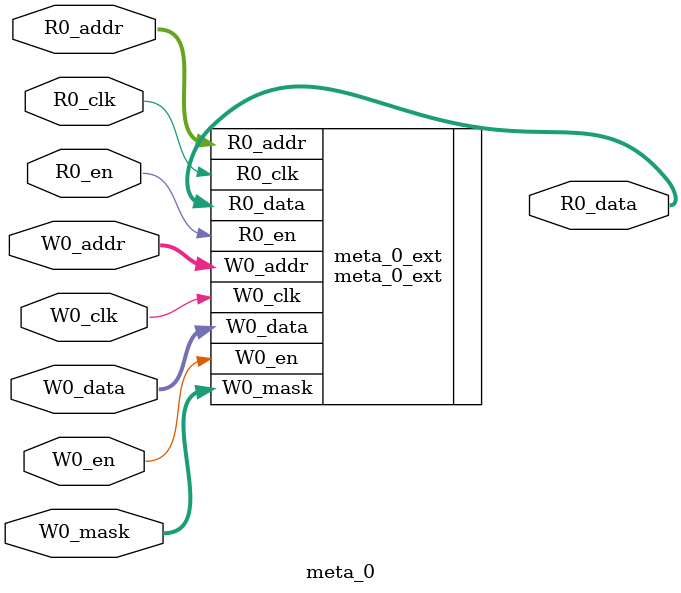
<source format=sv>
`ifndef RANDOMIZE
  `ifdef RANDOMIZE_REG_INIT
    `define RANDOMIZE
  `endif // RANDOMIZE_REG_INIT
`endif // not def RANDOMIZE
`ifndef RANDOMIZE
  `ifdef RANDOMIZE_MEM_INIT
    `define RANDOMIZE
  `endif // RANDOMIZE_MEM_INIT
`endif // not def RANDOMIZE

`ifndef RANDOM
  `define RANDOM $random
`endif // not def RANDOM

// Users can define 'PRINTF_COND' to add an extra gate to prints.
`ifndef PRINTF_COND_
  `ifdef PRINTF_COND
    `define PRINTF_COND_ (`PRINTF_COND)
  `else  // PRINTF_COND
    `define PRINTF_COND_ 1
  `endif // PRINTF_COND
`endif // not def PRINTF_COND_

// Users can define 'ASSERT_VERBOSE_COND' to add an extra gate to assert error printing.
`ifndef ASSERT_VERBOSE_COND_
  `ifdef ASSERT_VERBOSE_COND
    `define ASSERT_VERBOSE_COND_ (`ASSERT_VERBOSE_COND)
  `else  // ASSERT_VERBOSE_COND
    `define ASSERT_VERBOSE_COND_ 1
  `endif // ASSERT_VERBOSE_COND
`endif // not def ASSERT_VERBOSE_COND_

// Users can define 'STOP_COND' to add an extra gate to stop conditions.
`ifndef STOP_COND_
  `ifdef STOP_COND
    `define STOP_COND_ (`STOP_COND)
  `else  // STOP_COND
    `define STOP_COND_ 1
  `endif // STOP_COND
`endif // not def STOP_COND_

// Users can define INIT_RANDOM as general code that gets injected into the
// initializer block for modules with registers.
`ifndef INIT_RANDOM
  `define INIT_RANDOM
`endif // not def INIT_RANDOM

// If using random initialization, you can also define RANDOMIZE_DELAY to
// customize the delay used, otherwise 0.002 is used.
`ifndef RANDOMIZE_DELAY
  `define RANDOMIZE_DELAY 0.002
`endif // not def RANDOMIZE_DELAY

// Define INIT_RANDOM_PROLOG_ for use in our modules below.
`ifndef INIT_RANDOM_PROLOG_
  `ifdef RANDOMIZE
    `ifdef VERILATOR
      `define INIT_RANDOM_PROLOG_ `INIT_RANDOM
    `else  // VERILATOR
      `define INIT_RANDOM_PROLOG_ `INIT_RANDOM #`RANDOMIZE_DELAY begin end
    `endif // VERILATOR
  `else  // RANDOMIZE
    `define INIT_RANDOM_PROLOG_
  `endif // RANDOMIZE
`endif // not def INIT_RANDOM_PROLOG_

module meta_0(	// @[btb.scala:65:47]
  input  [6:0]   R0_addr,
  input          R0_en,
                 R0_clk,
  input  [6:0]   W0_addr,
  input          W0_en,
                 W0_clk,
  input  [119:0] W0_data,
  input  [3:0]   W0_mask,
  output [119:0] R0_data
);

  meta_0_ext meta_0_ext (	// @[btb.scala:65:47]
    .R0_addr (R0_addr),
    .R0_en   (R0_en),
    .R0_clk  (R0_clk),
    .W0_addr (W0_addr),
    .W0_en   (W0_en),
    .W0_clk  (W0_clk),
    .W0_data (W0_data),
    .W0_mask (W0_mask),
    .R0_data (R0_data)
  );
endmodule


</source>
